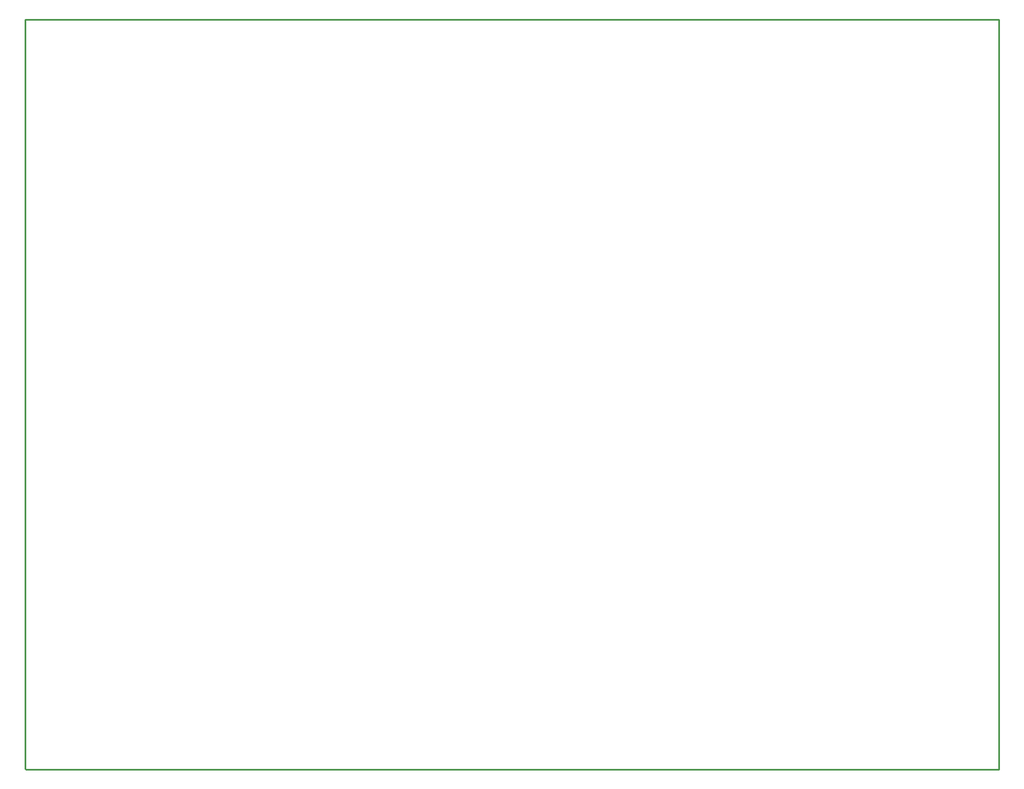
<source format=gko>
G04 Layer_Color=16711935*
%FSTAX24Y24*%
%MOIN*%
G70*
G01*
G75*
%ADD42C,0.0100*%
D42*
X-00003Y00003D02*
Y044764D01*
X058032D01*
Y0D02*
Y044764D01*
X0Y0D02*
X058032D01*
M02*

</source>
